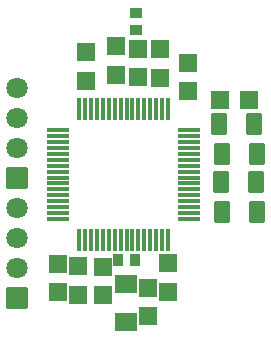
<source format=gts>
G04 Layer: TopSolderMaskLayer*
G04 EasyEDA Pro v2.2.44.9, 2025-11-28 14:21:36*
G04 Gerber Generator version 0.3*
G04 Scale: 100 percent, Rotated: No, Reflected: No*
G04 Dimensions in millimeters*
G04 Leading zeros omitted, absolute positions, 4 integers and 5 decimals*
G04 Generated by one-click*
%FSLAX45Y45*%
%MOMM*%
%AMRoundRect*1,1,$1,$2,$3*1,1,$1,$4,$5*1,1,$1,0-$2,0-$3*1,1,$1,0-$4,0-$5*20,1,$1,$2,$3,$4,$5,0*20,1,$1,$4,$5,0-$2,0-$3,0*20,1,$1,0-$2,0-$3,0-$4,0-$5,0*20,1,$1,0-$4,0-$5,$2,$3,0*4,1,4,$2,$3,$4,$5,0-$2,0-$3,0-$4,0-$5,$2,$3,0*%
%ADD10RoundRect,0.09499X-0.68275X-0.7533X-0.68275X0.7533*%
%ADD11RoundRect,0.09499X-0.7533X0.68275X0.7533X0.68275*%
%ADD12RoundRect,0.09131X-0.45514X-0.40514X-0.45514X0.40514*%
%ADD13RoundRect,0.09131X-0.40514X0.45514X0.40514X0.45514*%
%ADD14RoundRect,0.09618X-0.85271X-0.85271X-0.85271X0.85271*%
%ADD15C,1.8002*%
%ADD16C,1.8016*%
%ADD17O,0.38161X1.9016*%
%ADD18O,1.9016X0.38161*%
%ADD19RoundRect,0.09428X-0.60742X0.85416X0.60742X0.85416*%
%ADD20RoundRect,0.09549X-0.86705X-0.74556X-0.86705X0.74556*%
G75*


G04 Pad Start*
G54D10*
G01X2019300Y-1047090D03*
G01X2019300Y-807110D03*
G01X1765300Y-1097890D03*
G01X1765300Y-857910D03*
G01X2387600Y-1072490D03*
G01X2387600Y-832510D03*
G01X2628900Y-1186790D03*
G01X2628900Y-946810D03*
G54D11*
G01X2902610Y-1257300D03*
G01X3142590Y-1257300D03*
G54D10*
G01X2456790Y-2642921D03*
G01X2456790Y-2882900D03*
G01X1524000Y-2648610D03*
G01X1524000Y-2888590D03*
G01X1905000Y-2674010D03*
G01X1905000Y-2913990D03*
G01X1696110Y-2908300D03*
G01X1696110Y-2668321D03*
G01X2204110Y-1066800D03*
G01X2204110Y-826821D03*
G54D12*
G01X2184400Y-666902D03*
G01X2184400Y-526898D03*
G54D10*
G01X2286000Y-2851810D03*
G01X2286000Y-3091790D03*
G54D13*
G01X2038198Y-2616200D03*
G01X2178202Y-2616200D03*
G54D14*
G01X1181100Y-2933700D03*
G54D16*
G01X1181100Y-2679700D03*
G01X1181100Y-2425700D03*
G01X1181100Y-2171700D03*
G54D14*
G01X1181100Y-1917700D03*
G54D16*
G01X1181100Y-1663700D03*
G01X1181100Y-1409700D03*
G01X1181100Y-1155700D03*
G54D17*
G01X1707794Y-1337310D03*
G01X1757807Y-1337310D03*
G01X1807794Y-1337310D03*
G01X1857807Y-1337310D03*
G01X1907794Y-1337310D03*
G01X1957807Y-1337310D03*
G01X2007794Y-1337310D03*
G01X2057806Y-1337310D03*
G01X2107794Y-1337310D03*
G01X2157806Y-1337310D03*
G01X2207793Y-1337310D03*
G01X2257806Y-1337310D03*
G01X2307793Y-1337310D03*
G01X2357806Y-1337310D03*
G01X2407793Y-1337310D03*
G01X2457806Y-1337310D03*
G54D18*
G01X2637790Y-1517294D03*
G01X2637790Y-1567307D03*
G01X2637790Y-1617294D03*
G01X2637790Y-1667307D03*
G01X2637790Y-1717294D03*
G01X2637790Y-1767307D03*
G01X2637790Y-1817294D03*
G01X2637790Y-1867306D03*
G01X2637790Y-1917294D03*
G01X2637790Y-1967306D03*
G01X2637790Y-2017293D03*
G01X2637790Y-2067306D03*
G01X2637790Y-2117293D03*
G01X2637790Y-2167306D03*
G01X2637790Y-2217293D03*
G01X2637790Y-2267306D03*
G54D17*
G01X2457806Y-2447290D03*
G01X2407793Y-2447290D03*
G01X2357806Y-2447290D03*
G01X2307793Y-2447290D03*
G01X2257806Y-2447290D03*
G01X2207793Y-2447290D03*
G01X2157806Y-2447290D03*
G01X2107794Y-2447290D03*
G01X2057806Y-2447290D03*
G01X2007794Y-2447290D03*
G01X1957807Y-2447290D03*
G01X1907794Y-2447290D03*
G01X1857807Y-2447290D03*
G01X1807794Y-2447290D03*
G01X1757807Y-2447290D03*
G01X1707794Y-2447290D03*
G54D18*
G01X1527810Y-2267306D03*
G01X1527810Y-2217293D03*
G01X1527810Y-2167306D03*
G01X1527810Y-2117293D03*
G01X1527810Y-2067306D03*
G01X1527810Y-2017293D03*
G01X1527810Y-1967306D03*
G01X1527810Y-1917294D03*
G01X1527810Y-1867306D03*
G01X1527810Y-1817294D03*
G01X1527810Y-1767307D03*
G01X1527810Y-1717294D03*
G01X1527810Y-1667307D03*
G01X1527810Y-1617294D03*
G01X1527810Y-1567307D03*
G01X1527810Y-1517294D03*
G54D19*
G01X3208579Y-2209800D03*
G01X2912821Y-2209800D03*
G01X3201101Y-1958064D03*
G01X2905343Y-1958064D03*
G01X3208579Y-1714500D03*
G01X2912821Y-1714500D03*
G01X3183179Y-1460500D03*
G01X2887421Y-1460500D03*
G54D20*
G01X2102358Y-2817859D03*
G01X2102358Y-3136375D03*
G04 Pad End*

M02*


</source>
